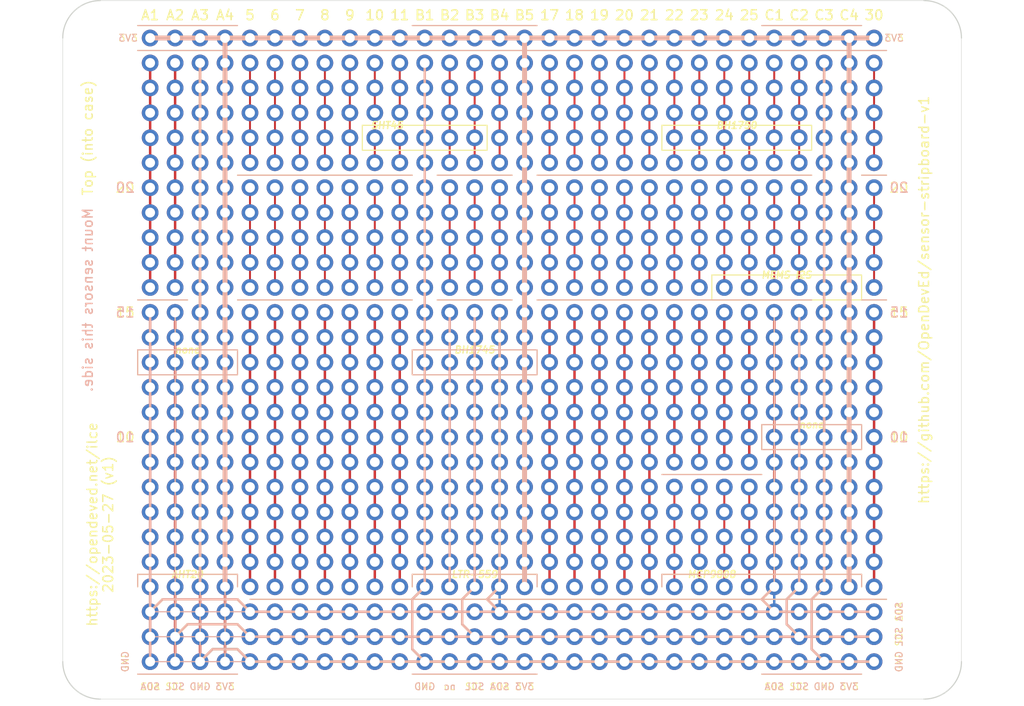
<source format=kicad_pcb>
(kicad_pcb (version 20211014) (generator pcbnew)
  (layers (0 "F.Cu" signal) (31 "B.Cu" signal) (34 "B.Paste" user) (35 "F.Paste" user) (36 "B.SilkS" user "B.Silkscreen") (37 "F.SilkS" user "F.Silkscreen") (38 "B.Mask" user) (39 "F.Mask" user) (44 "Edge.Cuts" user))
  (net 0 "")
  (net 1 "3V3")
  (net 2 "GND")
  (net 3 "SDA")
  (net 4 "SCL")
  (footprint "stripboard-library:PinHeader_1x26_P2.54mm_Vertical-Custom" (layer "F.Cu") (at 86.36 50.8)
    (fp_text reference "B4")
    (fp_text value "P")
  )
  (footprint "stripboard-library:PinHeader_1x26_P2.54mm_Vertical-Custom" (layer "F.Cu") (at 91.44 50.8)
    (fp_text reference "17")
    (fp_text value "P")
  )
  (footprint "stripboard-library:PinHeader_1x26_P2.54mm_Vertical-Custom" (layer "F.Cu") (at 114.3 50.8)
    (fp_text reference "C1")
    (fp_text value "P")
  )
  (footprint "stripboard-library:PinHeader_1x26_P2.54mm_Vertical-Custom" (layer "F.Cu") (at 111.76 50.8)
    (fp_text reference "25")
    (fp_text value "P")
  )
  (footprint "stripboard-library:PinHeader_1x26_P2.54mm_Vertical-Custom" (layer "F.Cu") (at 66.04 50.8)
    (fp_text reference "7")
    (fp_text value "P")
  )
  (footprint "stripboard-library:PinHeader_1x26_P2.54mm_Vertical-Custom" (layer "F.Cu") (at 71.12 50.8)
    (fp_text reference "9")
    (fp_text value "P")
  )
  (footprint "stripboard-library:PinHeader_1x26_P2.54mm_Vertical-Custom" (layer "F.Cu") (at 93.98 50.8)
    (fp_text reference "18")
    (fp_text value "P")
  )
  (footprint "stripboard-library:PinHeader_1x26_P2.54mm_Vertical-Custom" (layer "F.Cu") (at 88.9 50.8)
    (fp_text reference "B5")
    (fp_text value "P")
  )
  (footprint "stripboard-library:PinHeader_1x26_P2.54mm_Vertical-Custom" (layer "F.Cu") (at 53.34 50.8)
    (fp_text reference "A2")
    (fp_text value "P")
  )
  (footprint "MountingHole:MountingHole_2.7mm_M2.5" (layer "F.Cu") (at 45.72 114.3)
    (fp_text reference "REF**" hide)
    (fp_text value "MountingHole_2.7mm_M2.5")
  )
  (footprint "stripboard-library:PinHeader_1x26_P2.54mm_Vertical-Custom" (layer "F.Cu") (at 109.22 50.8)
    (fp_text reference "24")
    (fp_text value "P")
  )
  (footprint "stripboard-library:PinHeader_1x26_P2.54mm_Vertical-Custom" (layer "F.Cu") (at 58.42 50.8)
    (fp_text reference "A4")
    (fp_text value "P")
  )
  (footprint "stripboard-library:PinHeader_1x26_P2.54mm_Vertical-Custom" (layer "F.Cu") (at 63.5 50.8)
    (fp_text reference "6")
    (fp_text value "P")
  )
  (footprint "stripboard-library:PinHeader_1x26_P2.54mm_Vertical-Custom" (layer "F.Cu") (at 73.66 50.8)
    (fp_text reference "10")
    (fp_text value "P")
  )
  (footprint "stripboard-library:PinHeader_1x26_P2.54mm_Vertical-Custom" (layer "F.Cu") (at 68.58 50.8)
    (fp_text reference "8")
    (fp_text value "P")
  )
  (footprint "MountingHole:MountingHole_2.7mm_M2.5" (layer "F.Cu") (at 129.54 50.8)
    (fp_text reference "REF**" hide)
    (fp_text value "MountingHole_2.7mm_M2.5")
  )
  (footprint "stripboard-library:PinHeader_1x26_P2.54mm_Vertical-Custom" (layer "F.Cu") (at 124.46 50.8)
    (fp_text reference "30")
    (fp_text value "P")
  )
  (footprint "stripboard-library:PinHeader_1x26_P2.54mm_Vertical-Custom" (layer "F.Cu") (at 101.6 50.8)
    (fp_text reference "21")
    (fp_text value "P")
  )
  (footprint "stripboard-library:PinHeader_1x26_P2.54mm_Vertical-Custom" (layer "F.Cu") (at 104.14 50.8)
    (fp_text reference "22")
    (fp_text value "P")
  )
  (footprint "stripboard-library:PinHeader_1x26_P2.54mm_Vertical-Custom" (layer "F.Cu") (at 81.28 50.8)
    (fp_text reference "B2")
    (fp_text value "P")
  )
  (footprint "stripboard-library:PinHeader_1x26_P2.54mm_Vertical-Custom" (layer "F.Cu") (at 83.82 50.8)
    (fp_text reference "B3")
    (fp_text value "P")
  )
  (footprint "stripboard-library:PinHeader_1x26_P2.54mm_Vertical-Custom" (layer "F.Cu") (at 121.92 50.8)
    (fp_text reference "C4")
    (fp_text value "P")
  )
  (footprint "stripboard-library:PinHeader_1x26_P2.54mm_Vertical-Custom" (layer "F.Cu") (at 60.96 50.8)
    (fp_text reference "5")
    (fp_text value "P")
  )
  (footprint "stripboard-library:PinHeader_1x26_P2.54mm_Vertical-Custom" (layer "F.Cu") (at 99.06 50.8)
    (fp_text reference "20")
    (fp_text value "P")
  )
  (footprint "stripboard-library:PinHeader_1x26_P2.54mm_Vertical-Custom" (layer "F.Cu") (at 106.68 50.8)
    (fp_text reference "23")
    (fp_text value "P")
  )
  (footprint "MountingHole:MountingHole_2.7mm_M2.5" (layer "F.Cu") (at 129.54 114.3)
    (fp_text reference "REF**" hide)
    (fp_text value "MountingHole_2.7mm_M2.5")
  )
  (footprint "stripboard-library:PinHeader_1x26_P2.54mm_Vertical-Custom" (layer "F.Cu") (at 76.2 50.8)
    (fp_text reference "11")
    (fp_text value "P")
  )
  (footprint "stripboard-library:PinHeader_1x26_P2.54mm_Vertical-Custom" (layer "F.Cu") (at 116.84 50.8)
    (fp_text reference "C2")
    (fp_text value "P")
  )
  (footprint "stripboard-library:PinHeader_1x26_P2.54mm_Vertical-Custom" (layer "F.Cu") (at 119.38 50.8)
    (fp_text reference "C3")
    (fp_text value "P")
  )
  (footprint "MountingHole:MountingHole_2.7mm_M2.5" (layer "F.Cu") (at 45.72 50.8)
    (fp_text reference "REF**" hide)
    (fp_text value "MountingHole_2.7mm_M2.5")
  )
  (footprint "stripboard-library:PinHeader_1x26_P2.54mm_Vertical-Custom" (layer "F.Cu") (at 50.8 50.8)
    (fp_text reference "A1")
    (fp_text value "P")
  )
  (footprint "stripboard-library:PinHeader_1x26_P2.54mm_Vertical-Custom" (layer "F.Cu") (at 78.74 50.8)
    (fp_text reference "B1")
    (fp_text value "P")
  )
  (footprint "stripboard-library:PinHeader_1x26_P2.54mm_Vertical-Custom" (layer "F.Cu") (at 55.88 50.8)
    (fp_text reference "A3")
    (fp_text value "P")
  )
  (footprint "stripboard-library:PinHeader_1x26_P2.54mm_Vertical-Custom" (layer "F.Cu") (at 96.52 50.8)
    (fp_text reference "19")
    (fp_text value "P")
  )
  (gr_line (start 49.53 49.53) (end 59.69 49.53) (layer "B.SilkS") (width 0.12))
  (gr_line (start 118.11 77.47) (end 90.17 77.47) (layer "B.SilkS") (width 0.12))
  (gr_line (start 87.63 64.77) (end 80.01 64.77) (layer "B.SilkS") (width 0.12))
  (gr_line (start 119.38 106.68) (end 119.38 53.34) (layer "B.SilkS") (width 0.25))
  (gr_line (start 83.82 78.74) (end 83.82 106.68) (layer "B.SilkS") (width 0.25))
  (gr_line (start 118.11 107.95) (end 118.11 113.03) (layer "B.SilkS") (width 0.25))
  (gr_line (start 124.46 111.76) (end 60.96 111.76) (layer "B.SilkS") (width 0.25))
  (gr_line (start 125.73 52.07) (end 49.53 52.07) (layer "B.SilkS") (width 0.12))
  (gr_line (start 113.03 115.57) (end 123.19 115.57) (layer "B.SilkS") (width 0.12))
  (gr_line (start 77.47 106.68) (end 77.47 105.41) (layer "B.SilkS") (width 0.12))
  (gr_line (start 60.96 114.3) (end 124.46 114.3) (layer "B.SilkS") (width 0.25))
  (gr_line (start 115.57 107.95) (end 115.57 110.49) (layer "B.SilkS") (width 0.25))
  (gr_line (start 77.47 115.57) (end 90.17 115.57) (layer "B.SilkS") (width 0.12))
  (gr_line (start 118.11 64.77) (end 90.17 64.77) (layer "B.SilkS") (width 0.12))
  (gr_line (start 59.69 113.03) (end 57.15 113.03) (layer "B.SilkS") (width 0.25))
  (gr_line (start 58.42 106.68) (end 58.42 114.3) (layer "B.SilkS") (width 0.12))
  (gr_line (start 55.88 53.34) (end 55.88 106.68) (layer "B.SilkS") (width 0.25))
  (gr_line (start 53.34 111.76) (end 54.61 110.49) (layer "B.SilkS") (width 0.25))
  (gr_line (start 114.3 106.68) (end 113.03 107.95) (layer "B.SilkS") (width 0.25))
  (gr_line (start 116.84 106.68) (end 115.57 107.95) (layer "B.SilkS") (width 0.25))
  (gr_line (start 102.87 106.68) (end 102.87 105.41) (layer "B.SilkS") (width 0.12))
  (gr_line (start 124.46 107.95) (end 123.19 107.95) (layer "B.SilkS") (width 0.12))
  (gr_line (start 78.74 106.68) (end 78.74 53.34) (layer "B.SilkS") (width 0.25))
  (gr_line (start 60.96 114.3) (end 59.69 113.03) (layer "B.SilkS") (width 0.25))
  (gr_line (start 116.84 106.68) (end 116.84 78.74) (layer "B.SilkS") (width 0.25))
  (gr_line (start 49.53 105.41) (end 59.69 105.41) (layer "B.SilkS") (width 0.12))
  (gr_line (start 78.74 106.68) (end 77.47 107.95) (layer "B.SilkS") (width 0.25))
  (gr_line (start 77.47 107.95) (end 77.47 113.03) (layer "B.SilkS") (width 0.25))
  (gr_line (start 77.47 105.41) (end 90.17 105.41) (layer "B.SilkS") (width 0.12))
  (gr_line (start 60.96 109.22) (end 59.69 107.95) (layer "B.SilkS") (width 0.25))
  (gr_line (start 55.88 106.68) (end 55.88 114.3) (layer "B.SilkS") (width 0.12))
  (gr_line (start 53.34 106.68) (end 53.34 78.74) (layer "B.SilkS") (width 0.12))
  (gr_line (start 82.55 110.49) (end 83.82 111.76) (layer "B.SilkS") (width 0.25))
  (gr_line (start 87.63 77.47) (end 80.01 77.47) (layer "B.SilkS") (width 0.12))
  (gr_line (start 53.34 106.68) (end 53.34 114.3) (layer "B.SilkS") (width 0.12))
  (gr_line (start 118.11 113.03) (end 119.38 114.3) (layer "B.SilkS") (width 0.25))
  (gr_line (start 86.36 106.68) (end 86.36 78.74) (layer "B.SilkS") (width 0.25))
  (gr_line (start 115.57 110.49) (end 116.84 111.76) (layer "B.SilkS") (width 0.25))
  (gr_line (start 123.19 77.47) (end 125.73 77.47) (layer "B.SilkS") (width 0.12))
  (gr_line (start 58.42 106.68) (end 58.42 50.8) (layer "B.SilkS") (width 0.5))
  (gr_line (start 59.69 107.95) (end 52.07 107.95) (layer "B.SilkS") (width 0.25))
  (gr_line (start 59.69 110.49) (end 60.96 111.76) (layer "B.SilkS") (width 0.25))
  (gr_line (start 102.87 95.25) (end 113.03 95.25) (layer "B.SilkS") (width 0.12))
  (gr_line (start 123.19 64.77) (end 125.73 64.77) (layer "B.SilkS") (width 0.12))
  (gr_line (start 77.47 113.03) (end 78.74 114.3) (layer "B.SilkS") (width 0.25))
  (gr_line (start 55.88 114.3) (end 57.15 113.03) (layer "B.SilkS") (width 0.25))
  (gr_line (start 77.47 64.77) (end 59.69 64.77) (layer "B.SilkS") (width 0.12))
  (gr_line (start 50.8 50.8) (end 124.46 50.8) (layer "B.SilkS") (width 0.5))
  (gr_line (start 102.87 105.41) (end 123.19 105.41) (layer "B.SilkS") (width 0.12))
  (gr_line (start 50.8 78.74) (end 50.8 114.3) (layer "B.SilkS") (width 0.12))
  (gr_rect (start 77.47 82.55) (end 90.17 85.09) (layer "B.SilkS") (width 0.12) (fill none))
  (gr_rect (start 49.53 82.55) (end 59.69 85.09) (layer "B.SilkS") (width 0.12) (fill none))
  (gr_line (start 85.09 107.95) (end 86.36 106.68) (layer "B.SilkS") (width 0.25))
  (gr_line (start 77.47 77.47) (end 59.69 77.47) (layer "B.SilkS") (width 0.12))
  (gr_line (start 54.61 77.47) (end 49.53 77.47) (layer "B.SilkS") (width 0.12))
  (gr_line (start 52.07 107.95) (end 50.8 109.22) (layer "B.SilkS") (width 0.25))
  (gr_rect (start 123.19 92.71) (end 113.03 90.17) (layer "B.SilkS") (width 0.12) (fill none))
  (gr_line (start 121.92 50.8) (end 121.92 106.68) (layer "B.SilkS") (width 0.5))
  (gr_line (start 113.03 49.53) (end 123.19 49.53) (layer "B.SilkS") (width 0.12))
  (gr_line (start 85.09 107.95) (end 86.36 109.22) (layer "B.SilkS") (width 0.25))
  (gr_line (start 114.3 78.74) (end 114.3 106.68) (layer "B.SilkS") (width 0.12))
  (gr_line (start 49.53 115.57) (end 59.69 115.57) (layer "B.SilkS") (width 0.12))
  (gr_line (start 114.3 109.22) (end 113.03 107.95) (layer "B.SilkS") (width 0.25))
  (gr_line (start 60.96 109.22) (end 124.46 109.22) (layer "B.SilkS") (width 0.25))
  (gr_line (start 50.8 50.8) (end 124.46 50.8) (layer "B.SilkS") (width 0.12))
  (gr_line (start 114.3 111.76) (end 50.8 111.76) (layer "B.SilkS") (width 0.12))
  (gr_line (start 88.9 106.68) (end 88.9 50.8) (layer "B.SilkS") (width 0.5))
  (gr_line (start 119.38 106.68) (end 118.11 107.95) (layer "B.SilkS") (width 0.25))
  (gr_line (start 114.3 109.22) (end 50.8 109.22) (layer "B.SilkS") (width 0.12))
  (gr_line (start 50.8 114.3) (end 50.8 78.74) (layer "B.SilkS") (width 0.25))
  (gr_line (start 81.28 106.68) (end 81.28 78.74) (layer "B.SilkS") (width 0.25))
  (gr_line (start 77.47 49.53) (end 90.17 49.53) (layer "B.SilkS") (width 0.12))
  (gr_line (start 59.69 105.41) (end 59.69 106.68) (layer "B.SilkS") (width 0.12))
  (gr_line (start 49.53 106.68) (end 49.53 105.41) (layer "B.SilkS") (width 0.12))
  (gr_line (start 121.92 106.68) (end 121.92 53.34) (layer "B.SilkS") (width 0.25))
  (gr_line (start 59.69 110.49) (end 54.61 110.49) (layer "B.SilkS") (width 0.25))
  (gr_line (start 123.19 106.68) (end 123.19 105.41) (layer "B.SilkS") (width 0.12))
  (gr_line (start 83.82 106.68) (end 82.55 107.95) (layer "B.SilkS") (width 0.25))
  (gr_line (start 82.55 107.95) (end 82.55 110.49) (layer "B.SilkS") (width 0.25))
  (gr_line (start 50.8 114.3) (end 114.3 114.3) (layer "B.SilkS") (width 0.12))
  (gr_line (start 125.73 107.95) (end 60.96 107.95) (layer "B.SilkS") (width 0.12))
  (gr_line (start 90.17 105.41) (end 90.17 106.68) (layer "B.SilkS") (width 0.12))
  (gr_line (start 90.17 105.41) (end 90.17 106.68) (layer "F.SilkS") (width 0.12))
  (gr_line (start 114.3 106.68) (end 113.03 107.95) (layer "F.SilkS") (width 0.25))
  (gr_line (start 49.53 105.41) (end 59.69 105.41) (layer "F.SilkS") (width 0.12))
  (gr_line (start 49.53 49.53) (end 59.69 49.53) (layer "F.SilkS") (width 0.12))
  (gr_line (start 114.3 109.22) (end 113.03 107.95) (layer "F.SilkS") (width 0.25))
  (gr_line (start 121.92 106.68) (end 121.92 53.34) (layer "F.SilkS") (width 0.25))
  (gr_line (start 60.96 114.3) (end 59.69 113.03) (layer "F.SilkS") (width 0.25))
  (gr_line (start 49.53 115.57) (end 59.69 115.57) (layer "F.SilkS") (width 0.12))
  (gr_rect (start 49.53 82.55) (end 59.69 85.09) (layer "F.SilkS") (width 0.12) (fill none))
  (gr_line (start 77.47 49.53) (end 90.17 49.53) (layer "F.SilkS") (width 0.12))
  (gr_line (start 115.57 110.49) (end 116.84 111.76) (layer "F.SilkS") (width 0.25))
  (gr_line (start 87.63 77.47) (end 80.01 77.47) (layer "F.SilkS") (width 0.12))
  (gr_line (start 114.3 109.22) (end 60.96 109.22) (layer "F.SilkS") (width 0.12))
  (gr_line (start 83.82 78.74) (end 83.82 106.68) (layer "F.SilkS") (width 0.12))
  (gr_line (start 125.73 107.95) (end 60.96 107.95) (layer "F.SilkS") (width 0.12))
  (gr_line (start 88.9 106.68) (end 88.9 50.8) (layer "F.SilkS") (width 0.5))
  (gr_rect (start 77.47 82.55) (end 90.17 85.09) (layer "F.SilkS") (width 0.12) (fill none))
  (gr_rect (start 123.19 92.71) (end 113.03 90.17) (layer "F.SilkS") (width 0.12) (fill none))
  (gr_rect (start 72.39 59.69) (end 85.09 62.23) (layer "F.SilkS") (width 0.12) (fill none))
  (gr_line (start 50.8 78.74) (end 50.8 114.3) (layer "F.SilkS") (width 0.12))
  (gr_rect (start 107.95 74.93) (end 123.19 77.47) (layer "F.SilkS") (width 0.12) (fill none))
  (gr_line (start 60.96 109.22) (end 59.69 107.95) (layer "F.SilkS") (width 0.25))
  (gr_line (start 58.42 106.68) (end 58.42 114.3) (layer "F.SilkS") (width 0.12))
  (gr_line (start 77.47 113.03) (end 78.74 114.3) (layer "F.SilkS") (width 0.25))
  (gr_line (start 60.96 109.22) (end 124.46 109.22) (layer "F.SilkS") (width 0.12))
  (gr_line (start 52.07 107.95) (end 50.8 109.22) (layer "F.SilkS") (width 0.25))
  (gr_line (start 82.55 107.95) (end 82.55 110.49) (layer "F.SilkS") (width 0.25))
  (gr_line (start 50.8 50.8) (end 124.46 50.8) (layer "F.SilkS") (width 0.5))
  (gr_line (start 116.84 106.68) (end 115.57 107.95) (layer "F.SilkS") (width 0.25))
  (gr_line (start 49.53 106.68) (end 49.53 105.41) (layer "F.SilkS") (width 0.12))
  (gr_line (start 118.11 77.47) (end 90.17 77.47) (layer "F.SilkS") (width 0.12))
  (gr_line (start 116.84 106.68) (end 116.84 78.74) (layer "F.SilkS") (width 0.12))
  (gr_line (start 87.63 64.77) (end 80.01 64.77) (layer "F.SilkS") (width 0.12))
  (gr_line (start 85.09 107.95) (end 86.36 109.22) (layer "F.SilkS") (width 0.25))
  (gr_line (start 121.92 50.8) (end 121.92 106.68) (layer "F.SilkS") (width 0.5))
  (gr_line (start 119.38 106.68) (end 119.38 53.34) (layer "F.SilkS") (width 0.25))
  (gr_line (start 82.55 110.49) (end 83.82 111.76) (layer "F.SilkS") (width 0.25))
  (gr_line (start 77.47 64.77) (end 59.69 64.77) (layer "F.SilkS") (width 0.12))
  (gr_line (start 77.47 105.41) (end 90.17 105.41) (layer "F.SilkS") (width 0.12))
  (gr_line (start 60.96 114.3) (end 124.46 114.3) (layer "F.SilkS") (width 0.25))
  (gr_line (start 125.73 52.07) (end 49.53 52.07) (layer "F.SilkS") (width 0.12))
  (gr_line (start 55.88 106.68) (end 55.88 114.3) (layer "F.SilkS") (width 0.12))
  (gr_line (start 118.11 113.03) (end 119.38 114.3) (layer "F.SilkS") (width 0.25))
  (gr_line (start 55.88 114.3) (end 57.15 113.03) (layer "F.SilkS") (width 0.25))
  (gr_line (start 59.69 110.49) (end 60.96 111.76) (layer "F.SilkS") (width 0.25))
  (gr_line (start 54.61 77.47) (end 49.53 77.47) (layer "F.SilkS") (width 0.12))
  (gr_line (start 77.47 107.95) (end 77.47 113.03) (layer "F.SilkS") (width 0.25))
  (gr_line (start 115.57 107.95) (end 115.57 110.49) (layer "F.SilkS") (width 0.25))
  (gr_line (start 123.19 106.68) (end 123.19 105.41) (layer "F.SilkS") (width 0.12))
  (gr_line (start 118.11 64.77) (end 90.17 64.77) (layer "F.SilkS") (width 0.12))
  (gr_line (start 50.8 50.8) (end 124.46 50.8) (layer "F.SilkS") (width 0.12))
  (gr_line (start 102.87 105.41) (end 123.19 105.41) (layer "F.SilkS") (width 0.12))
  (gr_line (start 55.88 53.34) (end 55.88 106.68) (layer "F.SilkS") (width 0.25))
  (gr_line (start 124.46 111.76) (end 60.96 111.76) (layer "F.SilkS") (width 0.12))
  (gr_line (start 86.36 106.68) (end 86.36 78.74) (layer "F.SilkS") (width 0.25))
  (gr_line (start 59.69 113.03) (end 57.15 113.03) (layer "F.SilkS") (width 0.25))
  (gr_line (start 59.69 110.49) (end 54.61 110.49) (layer "F.SilkS") (width 0.25))
  (gr_line (start 53.34 106.68) (end 53.34 78.74) (layer "F.SilkS") (width 0.12))
  (gr_line (start 124.46 107.95) (end 123.19 107.95) (layer "F.SilkS") (width 0.12))
  (gr_line (start 58.42 106.68) (end 58.42 50.8) (layer "F.SilkS") (width 0.5))
  (gr_line (start 59.69 105.41) (end 59.69 106.68) (layer "F.SilkS") (width 0.12))
  (gr_line (start 83.82 106.68) (end 82.55 107.95) (layer "F.SilkS") (width 0.25))
  (gr_line (start 119.38 106.68) (end 119.38 53.34) (layer "F.SilkS") (width 0.12))
  (gr_line (start 53.34 111.76) (end 54.61 110.49) (layer "F.SilkS") (width 0.25))
  (gr_line (start 114.3 78.74) (end 114.3 106.68) (layer "F.SilkS") (width 0.12))
  (gr_rect (start 102.87 59.69) (end 118.11 62.23) (layer "F.SilkS") (width 0.12) (fill none))
  (gr_line (start 102.87 106.68) (end 102.87 105.41) (layer "F.SilkS") (width 0.12))
  (gr_line (start 59.69 107.95) (end 52.07 107.95) (layer "F.SilkS") (width 0.25))
  (gr_line (start 123.19 64.77) (end 125.73 64.77) (layer "F.SilkS") (width 0.12))
  (gr_line (start 77.47 115.57) (end 90.17 115.57) (layer "F.SilkS") (width 0.12))
  (gr_line (start 77.47 77.47) (end 59.69 77.47) (layer "F.SilkS") (width 0.12))
  (gr_line (start 85.09 107.95) (end 86.36 106.68) (layer "F.SilkS") (width 0.25))
  (gr_line (start 78.74 106.68) (end 78.74 53.34) (layer "F.SilkS") (width 0.25))
  (gr_line (start 123.19 77.47) (end 125.73 77.47) (layer "F.SilkS") (width 0.12))
  (gr_line (start 118.11 107.95) (end 118.11 113.03) (layer "F.SilkS") (width 0.25))
  (gr_line (start 78.74 106.68) (end 77.47 107.95) (layer "F.SilkS") (width 0.25))
  (gr_line (start 53.34 106.68) (end 53.34 114.3) (layer "F.SilkS") (width 0.12))
  (gr_line (start 113.03 115.57) (end 123.19 115.57) (layer "F.SilkS") (width 0.12))
  (gr_line (start 113.03 49.53) (end 123.19 49.53) (layer "F.SilkS") (width 0.12))
  (gr_line (start 102.87 95.25) (end 113.03 95.25) (layer "F.SilkS") (width 0.12))
  (gr_line (start 77.47 106.68) (end 77.47 105.41) (layer "F.SilkS") (width 0.12))
  (gr_line (start 119.38 106.68) (end 118.11 107.95) (layer "F.SilkS") (width 0.25))
  (gr_line (start 41.91 114.3) (end 41.91 50.8) (layer "Edge.Cuts") (width 0.05))
  (gr_arc (start 129.54 46.99) (mid 132.234077 48.105923) (end 133.35 50.8) (layer "Edge.Cuts") (width 0.12))
  (gr_line (start 45.72 46.99) (end 129.54 46.99) (layer "Edge.Cuts") (width 0.05))
  (gr_line (start 133.35 114.3) (end 133.35 50.8) (layer "Edge.Cuts") (width 0.05))
  (gr_arc (start 133.35 114.3) (mid 132.234077 116.994077) (end 129.54 118.11) (layer "Edge.Cuts") (width 0.12))
  (gr_arc (start 41.91 50.8) (mid 43.025923 48.105923) (end 45.72 46.99) (layer "Edge.Cuts") (width 0.12))
  (gr_line (start 45.72 118.11) (end 129.54 118.11) (layer "Edge.Cuts") (width 0.05))
  (gr_arc (start 45.72 118.11) (mid 43.025923 116.994077) (end 41.91 114.3) (layer "Edge.Cuts") (width 0.12))
  (gr_text "GND" (at 78.74 116.84) (layer "B.SilkS") (effects (font (size 0.7 0.7) (thickness 0.1)) (justify mirror)))
  (gr_text "10" (at 48.26 91.44) (layer "B.SilkS") (effects (font (size 1 1)) (justify mirror)))
  (gr_text "15" (at 48.26 78.74) (layer "B.SilkS") (effects (font (size 1 1)) (justify mirror)))
  (gr_text "GND" (at 55.88 116.84) (layer "B.SilkS") (effects (font (size 0.7 0.7) (thickness 0.1)) (justify mirror)))
  (gr_text "SCL" (at 83.82 116.84) (layer "B.SilkS") (effects (font (size 0.7 0.7) (thickness 0.1)) (justify mirror)))
  (gr_text "SCL" (at 116.84 116.84) (layer "B.SilkS") (effects (font (size 0.7 0.7) (thickness 0.1)) (justify mirror)))
  (gr_text "GND" (at 48.26 114.3 90) (layer "B.SilkS") (effects (font (size 0.7 0.7) (thickness 0.1)) (justify mirror)))
  (gr_text "20" (at 48.26 66.04) (layer "B.SilkS") (effects (font (size 1 1)) (justify mirror)))
  (gr_text "SDA" (at 50.8 116.84) (layer "B.SilkS") (effects (font (size 0.7 0.7) (thickness 0.1)) (justify mirror)))
  (gr_text "3V3" (at 58.42 116.84) (layer "B.SilkS") (effects (font (size 0.7 0.7) (thickness 0.1)) (justify mirror)))
  (gr_text "SDA" (at 127 109.22 90) (layer "B.SilkS") (effects (font (size 0.7 0.7) (thickness 0.1)) (justify mirror)))
  (gr_text "nc" (at 81.28 116.84) (layer "B.SilkS") (effects (font (size 0.7 0.7) (thickness 0.1)) (justify mirror)))
  (gr_text "3V3" (at 88.9 116.84) (layer "B.SilkS") (effects (font (size 0.7 0.7) (thickness 0.1)) (justify mirror)))
  (gr_text "10" (at 127 91.44) (layer "B.SilkS") (effects (font (size 1 1)) (justify mirror)))
  (gr_text "15" (at 127 78.74) (layer "B.SilkS") (effects (font (size 1 1)) (justify mirror)))
  (gr_text "SDA" (at 114.3 116.84) (layer "B.SilkS") (effects (font (size 0.7 0.7) (thickness 0.1)) (justify mirror)))
  (gr_text "20" (at 127 66.04) (layer "B.SilkS") (effects (font (size 1 1)) (justify mirror)))
  (gr_text "Mount sensors this side." (at 44.45 77.47 90) (layer "B.SilkS") (effects (font (size 1 1)) (justify mirror)))
  (gr_text "3V3" (at 126.5 50.8) (layer "B.SilkS") (effects (font (size 0.7 0.7) (thickness 0.1)) (justify mirror)))
  (gr_text "GND" (at 119.38 116.84) (layer "B.SilkS") (effects (font (size 0.7 0.7) (thickness 0.1)) (justify mirror)))
  (gr_text "SCL" (at 53.34 116.84) (layer "B.SilkS") (effects (font (size 0.7 0.7) (thickness 0.1)) (justify mirror)))
  (gr_text "SDA" (at 86.36 116.84) (layer "B.SilkS") (effects (font (size 0.7 0.7) (thickness 0.1)) (justify mirror)))
  (gr_text "3V3" (at 121.92 116.84) (layer "B.SilkS") (effects (font (size 0.7 0.7) (thickness 0.1)) (justify mirror)))
  (gr_text "SCL" (at 127 111.76 90) (layer "B.SilkS") (effects (font (size 0.7 0.7) (thickness 0.1)) (justify mirror)))
  (gr_text "GND" (at 127 114.3 90) (layer "B.SilkS") (effects (font (size 0.7 0.7) (thickness 0.1)) (justify mirror)))
  (gr_text "3V3" (at 48.56 50.8) (layer "B.SilkS") (effects (font (size 0.7 0.7) (thickness 0.1)) (justify mirror)))
  (gr_text "SDA" (at 86.36 116.84) (layer "F.SilkS") (effects (font (size 0.7 0.7) (thickness 0.1))))
  (gr_text "SCL" (at 127 111.76 90) (layer "F.SilkS") (effects (font (size 0.7 0.7) (thickness 0.1))))
  (gr_text "3V3" (at 126.5 50.8) (layer "F.SilkS") (effects (font (size 0.7 0.7) (thickness 0.1))))
  (gr_text "GND" (at 48.26 114.3 90) (layer "F.SilkS") (effects (font (size 0.7 0.7) (thickness 0.1))))
  (gr_text "AHT20" (at 54.61 105.41) (layer "F.SilkS") (effects (font (size 0.7 0.7) (thickness 0.15) italic)))
  (gr_text "none" (at 118.11 90.17) (layer "F.SilkS") (effects (font (size 0.7 0.7) (thickness 0.15) italic)))
  (gr_text "GND" (at 55.88 116.84) (layer "F.SilkS") (effects (font (size 0.7 0.7) (thickness 0.1))))
  (gr_text "SDA" (at 114.3 116.84) (layer "F.SilkS") (effects (font (size 0.7 0.7) (thickness 0.1))))
  (gr_text "20" (at 127 66.04) (layer "F.SilkS") (effects (font (size 1 1))))
  (gr_text "https://opendeved.net/ilce\n2023-05-27 (v1)" (at 45.72 100.33 90) (layer "F.SilkS") (effects (font (size 1 1))))
  (gr_text "SHT45" (at 74.93 59.69) (layer "F.SilkS") (effects (font (size 0.7 0.7) (thickness 0.15) italic)))
  (gr_text "LTR-559" (at 83.82 105.41) (layer "F.SilkS") (effects (font (size 0.7 0.7) (thickness 0.15) italic)))
  (gr_text "GND" (at 78.74 116.84) (layer "F.SilkS") (effects (font (size 0.7 0.7) (thickness 0.1))))
  (gr_text "15" (at 48.26 78.74) (layer "F.SilkS") (effects (font (size 1 1))))
  (gr_text "SCL" (at 83.82 116.84) (layer "F.SilkS") (effects (font (size 0.7 0.7) (thickness 0.1))))
  (gr_text "3V3" (at 48.56 50.8) (layer "F.SilkS") (effects (font (size 0.7 0.7) (thickness 0.1))))
  (gr_text "10" (at 48.26 91.44) (layer "F.SilkS") (effects (font (size 1 1))))
  (gr_text "20" (at 48.26 66.04) (layer "F.SilkS") (effects (font (size 1 1))))
  (gr_text "3V3" (at 58.42 116.84) (layer "F.SilkS") (effects (font (size 0.7 0.7) (thickness 0.1))))
  (gr_text "MCP9808" (at 107.95 105.41) (layer "F.SilkS") (effects (font (size 0.7 0.7) (thickness 0.15) italic)))
  (gr_text "10" (at 127 91.44) (layer "F.SilkS") (effects (font (size 1 1))))
  (gr_text "BH1745" (at 83.82 82.55) (layer "F.SilkS") (effects (font (size 0.7 0.7) (thickness 0.15) italic)))
  (gr_text "nc" (at 81.28 116.84) (layer "F.SilkS") (effects (font (size 0.7 0.7) (thickness 0.1))))
  (gr_text "SDA" (at 127 109.22 90) (layer "F.SilkS") (effects (font (size 0.7 0.7) (thickness 0.1))))
  (gr_text "3V3" (at 121.92 116.84) (layer "F.SilkS") (effects (font (size 0.7 0.7) (thickness 0.1))))
  (gr_text "https://github.com/OpenDevEd/sensor-stripboard-v1" (at 129.54 77.47 90) (layer "F.SilkS") (effects (font (size 1 1))))
  (gr_text "BH1750" (at 110.49 59.69) (layer "F.SilkS") (effects (font (size 0.7 0.7) (thickness 0.15) italic)))
  (gr_text "SCL" (at 53.34 116.84) (layer "F.SilkS") (effects (font (size 0.7 0.7) (thickness 0.1))))
  (gr_text "GND" (at 127 114.3 90) (layer "F.SilkS") (effects (font (size 0.7 0.7) (thickness 0.1))))
  (gr_text "SCL" (at 116.84 116.84) (layer "F.SilkS") (effects (font (size 0.7 0.7) (thickness 0.1))))
  (gr_text "3V3" (at 88.9 116.84) (layer "F.SilkS") (effects (font (size 0.7 0.7) (thickness 0.1))))
  (gr_text "none" (at 54.61 82.55) (layer "F.SilkS") (effects (font (size 0.7 0.7) (thickness 0.15) italic)))
  (gr_text "15" (at 127 78.74) (layer "F.SilkS") (effects (font (size 1 1))))
  (gr_text "MEMS I2S" (at 115.57 74.93) (layer "F.SilkS") (effects (font (size 0.7 0.7) (thickness 0.15) italic)))
  (gr_text "GND" (at 119.38 116.84) (layer "F.SilkS") (effects (font (size 0.7 0.7) (thickness 0.1))))
  (gr_text "Top (into case)" (at 44.45 60.96 90) (layer "F.SilkS") (effects (font (size 1 1))))
  (gr_text "SDA" (at 50.8 116.84) (layer "F.SilkS") (effects (font (size 0.7 0.7) (thickness 0.1))))
  (segment (start 76.2 78.74) (end 76.2 106.68) (width 0.25) (layer "F.Cu") (net 0))
  (segment (start 71.12 66.04) (end 71.12 76.2) (width 0.2) (layer "F.Cu") (net 0))
  (segment (start 63.5 66.04) (end 63.5 76.2) (width 0.2) (layer "F.Cu") (net 0))
  (segment (start 53.34 53.34) (end 53.34 76.2) (width 0.25) (layer "F.Cu") (net 0))
  (segment (start 111.76 106.68) (end 111.76 96.52) (width 0.2) (layer "F.Cu") (net 0))
  (segment (start 83.82 53.34) (end 83.82 63.5) (width 0.2) (layer "F.Cu") (net 0))
  (segment (start 104.14 66.04) (end 104.14 76.2) (width 0.2) (layer "F.Cu") (net 0))
  (segment (start 93.98 63.5) (end 93.98 53.34) (width 0.2) (layer "F.Cu") (net 0))
  (segment (start 109.22 53.34) (end 109.22 63.5) (width 0.2) (layer "F.Cu") (net 0))
  (segment (start 106.68 78.74) (end 106.68 93.98) (width 0.25) (layer "F.Cu") (net 0))
  (segment (start 111.76 78.74) (end 111.76 93.98) (width 0.25) (layer "F.Cu") (net 0))
  (segment (start 96.52 76.2) (end 96.52 66.04) (width 0.2) (layer "F.Cu") (net 0))
  (segment (start 86.36 66.04) (end 86.36 76.2) (width 0.2) (layer "F.Cu") (net 0))
  (segment (start 93.98 66.04) (end 93.98 76.2) (width 0.2) (layer "F.Cu") (net 0))
  (segment (start 116.84 53.34) (end 116.84 63.5) (width 0.2) (layer "F.Cu") (net 0))
  (segment (start 73.66 66.04) (end 73.66 76.2) (width 0.2) (layer "F.Cu") (net 0))
  (segment (start 76.2 66.04) (end 76.2 76.2) (width 0.2) (layer "F.Cu") (net 0))
  (segment (start 124.46 66.04) (end 124.46 76.2) (width 0.2) (layer "F.Cu") (net 0))
  (segment (start 96.52 53.34) (end 96.52 63.5) (width 0.2) (layer "F.Cu") (net 0))
  (segment (start 66.04 78.74) (end 66.04 106.68) (width 0.25) (layer "F.Cu") (net 0))
  (segment (start 104.14 53.34) (end 104.14 63.5) (width 0.2) (layer "F.Cu") (net 0))
  (segment (start 68.58 53.34) (end 68.58 63.5) (width 0.2) (layer "F.Cu") (net 0))
  (segment (start 91.44 78.74) (end 91.44 106.68) (width 0.25) (layer "F.Cu") (net 0))
  (segment (start 124.46 106.68) (end 124.46 78.74) (width 0.25) (layer "F.Cu") (net 0))
  (segment (start 86.36 53.34) (end 86.36 63.5) (width 0.2) (layer "F.Cu") (net 0))
  (segment (start 124.46 53.34) (end 124.46 63.5) (width 0.2) (layer "F.Cu") (net 0))
  (segment (start 101.6 63.5) (end 101.6 53.34) (width 0.2) (layer "F.Cu") (net 0))
  (segment (start 101.6 76.2) (end 101.6 66.04) (width 0.2) (layer "F.Cu") (net 0))
  (segment (start 96.52 78.74) (end 96.52 106.68) (width 0.25) (layer "F.Cu") (net 0))
  (segment (start 71.12 53.34) (end 71.12 63.5) (width 0.2) (layer "F.Cu") (net 0))
  (segment (start 71.12 78.74) (end 71.12 106.68) (width 0.25) (layer "F.Cu") (net 0))
  (segment (start 109.22 66.04) (end 109.22 76.2) (width 0.2) (layer "F.Cu") (net 0))
  (segment (start 99.06 66.04) (end 99.06 76.2) (width 0.2) (layer "F.Cu") (net 0))
  (segment (start 76.2 53.34) (end 76.2 63.5) (width 0.2) (layer "F.Cu") (net 0))
  (segment (start 99.06 53.34) (end 99.06 63.5) (width 0.2) (layer "F.Cu") (net 0))
  (segment (start 81.28 78.74) (end 81.28 106.68) (width 0.25) (layer "F.Cu") (net 0))
  (segment (start 104.14 96.52) (end 104.14 106.68) (width 0.2) (layer "F.Cu") (net 0))
  (segment (start 81.28 53.34) (end 81.28 63.5) (width 0.2) (layer "F.Cu") (net 0))
  (segment (start 109.22 93.98) (end 109.22 78.74) (width 0.25) (layer "F.Cu") (net 0))
  (segment (start 60.96 66.04) (end 60.96 76.2) (width 0.2) (layer "F.Cu") (net 0))
  (segment (start 63.5 53.34) (end 63.5 63.5) (width 0.2) (layer "F.Cu") (net 0))
  (segment (start 63.5 78.74) (end 63.5 106.68) (width 0.25) (layer "F.Cu") (net 0))
  (segment (start 106.68 106.68) (end 106.68 96.52) (width 0.2) (layer "F.Cu") (net 0))
  (segment (start 111.76 76.2) (end 111.76 66.04) (width 0.2) (layer "F.Cu") (net 0))
  (segment (start 60.96 78.74) (end 60.96 106.68) (width 0.25) (layer "F.Cu") (net 0))
  (segment (start 93.98 106.68) (end 93.98 78.74) (width 0.25) (layer "F.Cu") (net 0))
  (segment (start 114.3 53.34) (end 114.3 63.5) (width 0.2) (layer "F.Cu") (net 0))
  (segment (start 101.6 78.74) (end 101.6 106.68) (width 0.25) (layer "F.Cu") (net 0))
  (segment (start 83.82 66.04) (end 83.82 76.2) (width 0.2) (layer "F.Cu") (net 0))
  (segment (start 104.14 93.98) (end 104.14 78.74) (width 0.25) (layer "F.Cu") (net 0))
  (segment (start 114.3 66.04) (end 114.3 76.2) (width 0.2) (layer "F.Cu") (net 0))
  (segment (start 73.66 78.74) (end 73.66 106.68) (width 0.25) (layer "F.Cu") (net 0))
  (segment (start 91.44 66.04) (end 91.44 76.2) (width 0.2) (layer "F.Cu") (net 0))
  (segment (start 68.58 66.04) (end 68.58 76.2) (width 0.2) (layer "F.Cu") (net 0))
  (segment (start 99.06 106.68) (end 99.06 78.74) (width 0.25) (layer "F.Cu") (net 0))
  (segment (start 106.68 76.2) (end 106.68 66.04) (width 0.2) (layer "F.Cu") (net 0))
  (segment (start 66.04 53.34) (end 66.04 63.5) (width 0.2) (layer "F.Cu") (net 0))
  (segment (start 106.68 63.5) (end 106.68 53.34) (width 0.2) (layer "F.Cu") (net 0))
  (segment (start 73.66 53.34) (end 73.66 63.5) (width 0.2) (layer "F.Cu") (net 0))
  (segment (start 111.76 63.5) (end 111.76 53.34) (width 0.2) (layer "F.Cu") (net 0))
  (segment (start 116.84 66.04) (end 116.84 76.2) (width 0.2) (layer "F.Cu") (net 0))
  (segment (start 66.04 66.04) (end 66.04 76.2) (width 0.2) (layer "F.Cu") (net 0))
  (segment (start 60.96 53.34) (end 60.96 63.5) (width 0.2) (layer "F.Cu") (net 0))
  (segment (start 109.22 96.52) (end 109.22 106.68) (width 0.2) (layer "F.Cu") (net 0))
  (segment (start 68.58 78.74) (end 68.58 106.68) (width 0.25) (layer "F.Cu") (net 0))
  (segment (start 50.8 53.34) (end 50.8 76.2) (width 0.25) (layer "F.Cu") (net 0))
  (segment (start 91.44 53.34) (end 91.44 63.5) (width 0.2) (layer "F.Cu") (net 0))
  (segment (start 81.28 66.04) (end 81.28 76.2) (width 0.2) (layer "F.Cu") (net 0))
  (segment (start 121.92 50.8) (end 121.92 106.68) (width 0.25) (layer "F.Cu") (net 1))
  (segment (start 50.8 50.8) (end 124.46 50.8) (width 0.25) (layer "F.Cu") (net 1))
  (segment (start 88.9 106.68) (end 88.9 50.8) (width 0.25) (layer "F.Cu") (net 1))
  (segment (start 58.42 114.3) (end 58.42 106.68) (width 0.25) (layer "F.Cu") (net 1))
  (segment (start 58.42 50.8) (end 58.42 106.68) (width 0.25) (layer "F.Cu") (net 1))
  (segment (start 60.96 114.3) (end 124.46 114.3) (width 0.25) (layer "F.Cu") (net 2))
  (segment (start 55.88 78.74) (end 55.88 111.76) (width 0.25) (layer "F.Cu") (net 2))
  (segment (start 55.88 53.34) (end 55.88 78.74) (width 0.25) (layer "F.Cu") (net 2))
  (segment (start 119.38 106.68) (end 119.38 53.34) (width 0.25) (layer "F.Cu") (net 2))
  (segment (start 78.74 106.68) (end 78.74 53.34) (width 0.25) (layer "F.Cu") (net 2))
  (segment (start 55.88 114.3) (end 55.88 111.76) (width 0.25) (layer "F.Cu") (net 2))
  (segment (start 77.47 113.03) (end 78.74 114.3) (width 0.25) (layer "B.Cu") (net 2))
  (segment (start 78.74 106.68) (end 77.47 107.95) (width 0.25) (layer "B.Cu") (net 2))
  (segment (start 77.47 107.95) (end 77.47 113.03) (width 0.25) (layer "B.Cu") (net 2))
  (segment (start 118.11 107.95) (end 119.38 106.68) (width 0.25) (layer "B.Cu") (net 2))
  (segment (start 118.11 113.03) (end 118.11 107.95) (width 0.25) (layer "B.Cu") (net 2))
  (segment (start 55.88 114.3) (end 57.15 113.03) (width 0.25) (layer "B.Cu") (net 2))
  (segment (start 119.38 114.3) (end 118.11 113.03) (width 0.25) (layer "B.Cu") (net 2))
  (segment (start 57.15 113.03) (end 59.69 113.03) (width 0.25) (layer "B.Cu") (net 2))
  (segment (start 59.69 113.03) (end 60.96 114.3) (width 0.25) (layer "B.Cu") (net 2))
  (segment (start 50.8 78.74) (end 50.8 83.82) (width 0.25) (layer "F.Cu") (net 3))
  (segment (start 114.3 106.68) (end 114.3 78.74) (width 0.25) (layer "F.Cu") (net 3))
  (segment (start 86.36 78.74) (end 86.36 106.68) (width 0.25) (layer "F.Cu") (net 3))
  (segment (start 60.96 109.22) (end 124.46 109.22) (width 0.25) (layer "F.Cu") (net 3))
  (segment (start 50.8 83.82) (end 50.8 114.3) (width 0.25) (layer "F.Cu") (net 3))
  (segment (start 50.8 109.22) (end 52.07 107.95) (width 0.2) (layer "B.Cu") (net 3))
  (segment (start 114.3 109.22) (end 114.3 106.68) (width 0.25) (layer "B.Cu") (net 3))
  (segment (start 52.07 107.95) (end 59.69 107.95) (width 0.2) (layer "B.Cu") (net 3))
  (segment (start 86.36 109.22) (end 86.36 106.68) (width 0.25) (layer "B.Cu") (net 3))
  (segment (start 59.69 107.95) (end 60.96 109.22) (width 0.2) (layer "B.Cu") (net 3))
  (segment (start 60.96 111.76) (end 124.46 111.76) (width 0.25) (layer "F.Cu") (net 4))
  (segment (start 53.34 114.3) (end 53.34 106.68) (width 0.25) (layer "F.Cu") (net 4))
  (segment (start 83.82 106.68) (end 83.82 78.74) (width 0.25) (layer "F.Cu") (net 4))
  (segment (start 53.34 78.74) (end 53.34 106.68) (width 0.25) (layer "F.Cu") (net 4))
  (segment (start 116.84 78.74) (end 116.84 106.68) (width 0.25) (layer "F.Cu") (net 4))
  (segment (start 116.84 111.76) (end 115.57 110.49) (width 0.25) (layer "B.Cu") (net 4))
  (segment (start 82.55 110.49) (end 83.82 111.76) (width 0.2) (layer "B.Cu") (net 4))
  (segment (start 115.57 110.49) (end 115.57 107.95) (width 0.25) (layer "B.Cu") (net 4))
  (segment (start 59.69 110.49) (end 60.96 111.76) (width 0.2) (layer "B.Cu") (net 4))
  (segment (start 83.82 106.68) (end 82.55 107.95) (width 0.2) (layer "B.Cu") (net 4))
  (segment (start 82.55 107.95) (end 82.55 110.49) (width 0.2) (layer "B.Cu") (net 4))
  (segment (start 115.57 107.95) (end 116.84 106.68) (width 0.25) (layer "B.Cu") (net 4))
  (segment (start 53.34 111.76) (end 54.61 110.49) (width 0.2) (layer "B.Cu") (net 4))
  (segment (start 54.61 110.49) (end 59.69 110.49) (width 0.2) (layer "B.Cu") (net 4))
)
</source>
